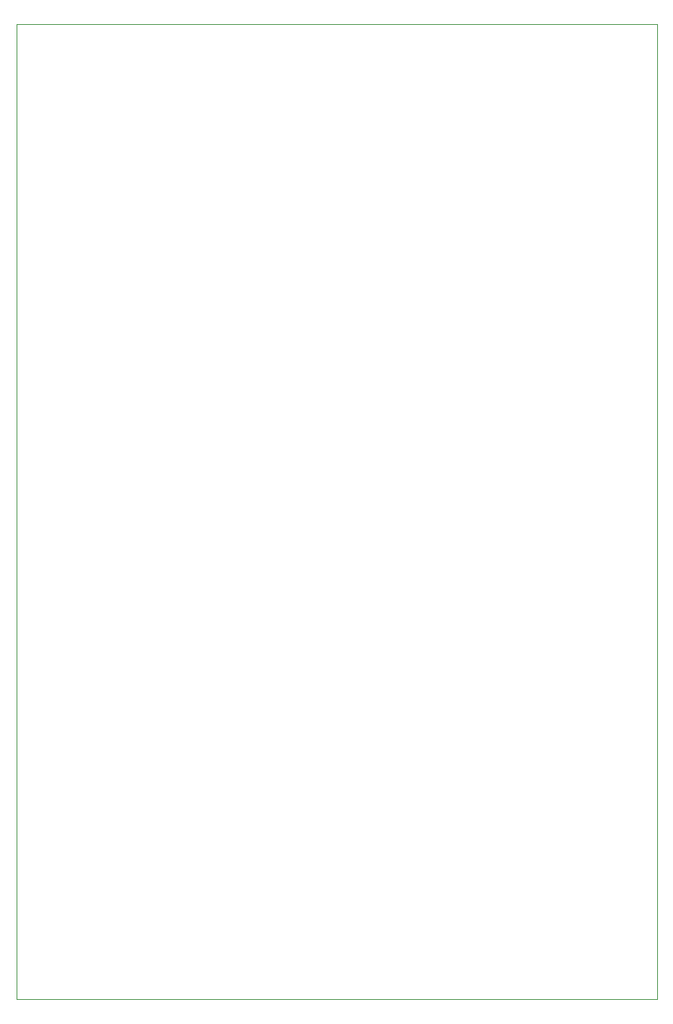
<source format=gbr>
%TF.GenerationSoftware,KiCad,Pcbnew,8.0.6*%
%TF.CreationDate,2024-10-29T14:36:32-05:00*%
%TF.ProjectId,tokenizer,746f6b65-6e69-47a6-9572-2e6b69636164,rev?*%
%TF.SameCoordinates,Original*%
%TF.FileFunction,Profile,NP*%
%FSLAX46Y46*%
G04 Gerber Fmt 4.6, Leading zero omitted, Abs format (unit mm)*
G04 Created by KiCad (PCBNEW 8.0.6) date 2024-10-29 14:36:32*
%MOMM*%
%LPD*%
G01*
G04 APERTURE LIST*
%TA.AperFunction,Profile*%
%ADD10C,0.050000*%
%TD*%
G04 APERTURE END LIST*
D10*
X46500000Y-38000000D02*
X118500000Y-38000000D01*
X118500000Y-147500000D01*
X46500000Y-147500000D01*
X46500000Y-38000000D01*
M02*

</source>
